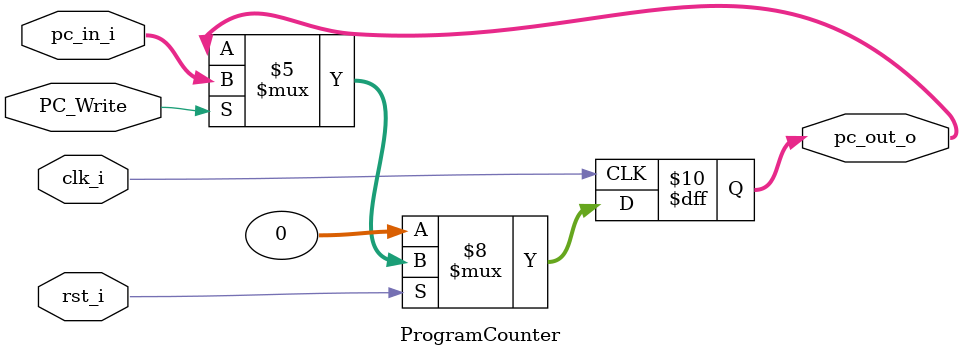
<source format=v>

module ProgramCounter(
    clk_i,
	rst_i,
	pc_in_i,
	PC_Write,
	pc_out_o
	);
     
//I/O ports
input           clk_i;
input	        rst_i;
input			PC_Write;
input  [32-1:0] pc_in_i;
output [32-1:0] pc_out_o;
 
//Internal Signals
reg    [32-1:0] pc_out_o;
 
//Parameter

    
//Main function
always @(posedge clk_i) begin
    if(~rst_i)
        pc_out_o <= 0;
    else
       if (PC_Write == 1)
            pc_out_o <= pc_in_i;
       else
           pc_out_o <= pc_out_o;
end

endmodule



                    
                    
</source>
